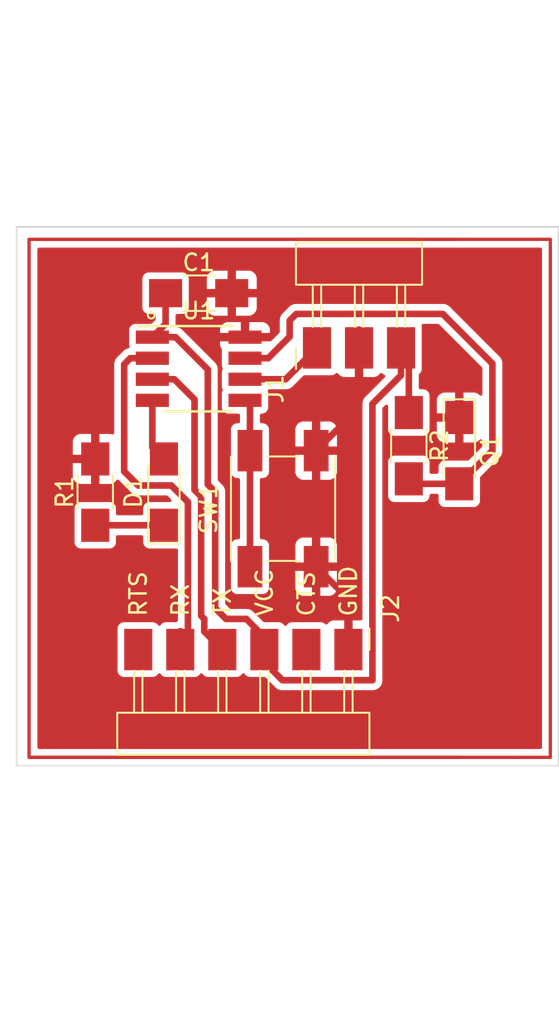
<source format=kicad_pcb>
(kicad_pcb (version 20211014) (generator pcbnew)
  (layers (0 "F.Cu" signal) (31 "B.Cu" signal) (34 "B.Paste" user) (35 "F.Paste" user) (36 "B.SilkS" user "B.Silkscreen") (37 "F.SilkS" user "F.Silkscreen") (38 "B.Mask" user) (39 "F.Mask" user) (44 "Edge.Cuts" user))
  (net 0 "")
  (net 1 "GND")
  (net 2 "VCC")
  (net 3 "LED")
  (net 4 "Net-(D1-Pad1)")
  (net 5 "UPDI")
  (net 7 "TX")
  (net 8 "RX")
  (net 10 "PHOT")
  (net 11 "BTN")
  (footprint "fab:SOIC-8_3.9x4.9mm_P1.27mm" (layer "F.Cu") (at 135.5 88.5575)
    (fp_text reference "U1" (at 0 -3.5) (layer "F.SilkS"))
    (fp_text value "Microcontroller_ATtiny412_SSFR")
    (fp_line (start -2.075 2.575) (end 2.075 2.575) (layer "F.SilkS") (width 0.15))
    (fp_line (start -3.69 -2.575) (end 2.075 -2.575) (layer "F.SilkS") (width 0.15))
    (fp_circle (center -2.87 -3.23) (end -2.67 -3.23) (layer "F.SilkS") (width 0.12) (fill none))
    (pad "1" smd rect locked (at -2.8 -1.905) (size 2 0.8) (layers "F.Cu" "F.Paste" "F.Mask") (net 2 "VCC"))
    (pad "2" smd rect locked (at -2.8 -0.635) (size 2 0.8) (layers "F.Cu" "F.Paste" "F.Mask") (net 8 "RX"))
    (pad "3" smd rect locked (at -2.8 0.635) (size 2 0.8) (layers "F.Cu" "F.Paste" "F.Mask") (net 7 "TX"))
    (pad "4" smd rect locked (at -2.8 1.905) (size 2 0.8) (layers "F.Cu" "F.Paste" "F.Mask") (net 3 "LED"))
    (pad "5" smd rect locked (at 2.8 1.905) (size 2 0.8) (layers "F.Cu" "F.Paste" "F.Mask") (net 11 "BTN"))
    (pad "6" smd rect locked (at 2.8 0.635) (size 2 0.8) (layers "F.Cu" "F.Paste" "F.Mask") (net 5 "UPDI"))
    (pad "7" smd rect locked (at 2.8 -0.635) (size 2 0.8) (layers "F.Cu" "F.Paste" "F.Mask") (net 10 "PHOT"))
    (pad "8" smd rect locked (at 2.8 -1.905) (size 2 0.8) (layers "F.Cu" "F.Paste" "F.Mask") (net 1 "GND"))
  )
  (footprint "fab:LED_1206" (layer "F.Cu") (at 133.4 96 90)
    (fp_text reference "D1" (at 0 -1.85 90) (layer "F.SilkS"))
    (fp_text value "LED")
    (fp_line (start -3.1 -0.95) (end 1.6 -0.95) (layer "F.SilkS") (width 0.12))
    (fp_line (start -3.1 0.95) (end 1.6 0.95) (layer "F.SilkS") (width 0.12))
    (fp_line (start -3.1 -0.95) (end -3.1 0.95) (layer "F.SilkS") (width 0.12))
    (pad "1" smd rect locked (at -2 0 90) (size 2 1.7) (layers "F.Cu" "F.Paste" "F.Mask") (net 4 "Net-(D1-Pad1)"))
    (pad "2" smd rect locked (at 2 0 90) (size 2 1.7) (layers "F.Cu" "F.Paste" "F.Mask") (net 3 "LED"))
  )
  (footprint "fab:Button_Omron_B3SN_6x6mm" (layer "F.Cu") (at 140.6 97 90)
    (fp_text reference "SW1" (at 0 -4.5 90) (layer "F.SilkS"))
    (fp_text value "BUTTON_B3SN")
    (fp_line (start -3.15 -3.15) (end 3.15 -3.15) (layer "F.SilkS") (width 0.12))
    (fp_line (start -3.15 1) (end -3.15 -1) (layer "F.SilkS") (width 0.12))
    (fp_line (start 3.15 3.15) (end -3.15 3.15) (layer "F.SilkS") (width 0.12))
    (fp_line (start 3.15 -1) (end 3.15 1) (layer "F.SilkS") (width 0.12))
    (pad "1" smd rect locked (at 3.5 -2 90) (size 2.5 1.5) (layers "F.Cu" "F.Paste" "F.Mask") (net 11 "BTN"))
    (pad "1" smd rect locked (at -3.5 -2 90) (size 2.5 1.5) (layers "F.Cu" "F.Paste" "F.Mask") (net 11 "BTN"))
    (pad "2" smd rect locked (at 3.5 2 90) (size 2.5 1.5) (layers "F.Cu" "F.Paste" "F.Mask") (net 1 "GND"))
    (pad "2" smd rect locked (at -3.5 2 90) (size 2.5 1.5) (layers "F.Cu" "F.Paste" "F.Mask") (net 1 "GND"))
  )
  (footprint "fab:PinHeader_1x03_P2.54mm_Horizontal_SMD" (layer "F.Cu") (at 142.65 87.3 90)
    (fp_text reference "J1" (at -1.524 -2.54 90) (layer "F.SilkS") (effects (justify right)))
    (fp_text value "Conn_PinHeader_1x03_P2.54mm_Horizontal_SMD")
    (fp_line (start 6.35 -1.27) (end 6.35 6.35) (layer "F.SilkS") (width 0.12))
    (fp_line (start 3.81 5.334) (end 1.27 5.334) (layer "F.SilkS") (width 0.12))
    (fp_line (start 3.81 4.826) (end 1.27 4.826) (layer "F.SilkS") (width 0.12))
    (fp_line (start 3.81 -1.27) (end 6.35 -1.27) (layer "F.SilkS") (width 0.12))
    (fp_line (start 3.81 0.254) (end 1.27 0.254) (layer "F.SilkS") (width 0.12))
    (fp_line (start 6.35 6.35) (end 3.81 6.35) (layer "F.SilkS") (width 0.12))
    (fp_line (start 3.81 2.794) (end 1.27 2.794) (layer "F.SilkS") (width 0.12))
    (fp_line (start 3.81 6.35) (end 3.81 -1.27) (layer "F.SilkS") (width 0.12))
    (fp_line (start 3.81 -0.254) (end 1.27 -0.254) (layer "F.SilkS") (width 0.12))
    (fp_line (start -1.27 -1.27) (end 0 -1.27) (layer "F.SilkS") (width 0.12))
    (fp_line (start 3.81 2.286) (end 1.27 2.286) (layer "F.SilkS") (width 0.12))
    (pad "1" smd rect locked (at 0 0 90) (size 2.5 1.7) (layers "F.Cu" "F.Paste" "F.Mask") (net 5 "UPDI"))
    (pad "2" smd rect locked (at 0 2.54 90) (size 2.5 1.7) (layers "F.Cu" "F.Paste" "F.Mask") (net 1 "GND"))
    (pad "3" smd rect locked (at 0 5.08 90) (size 2.5 1.7) (layers "F.Cu" "F.Paste" "F.Mask") (net 2 "VCC"))
  )
  (footprint "fab:C_1206" (layer "F.Cu") (at 135.5 84)
    (fp_text reference "C1" (at 0 -1.85) (layer "F.SilkS"))
    (fp_text value "C")
    (fp_line (start -1 -1.07) (end 1 -1.07) (layer "F.SilkS") (width 0.12))
    (fp_line (start 1 1.07) (end -1 1.07) (layer "F.SilkS") (width 0.12))
    (pad "1" smd rect locked (at -2 0) (size 2 1.7) (layers "F.Cu" "F.Paste" "F.Mask") (net 2 "VCC"))
    (pad "2" smd rect locked (at 2 0) (size 2 1.7) (layers "F.Cu" "F.Paste" "F.Mask") (net 1 "GND"))
  )
  (footprint "fab:R_1206" (layer "F.Cu") (at 129.25 96 90)
    (fp_text reference "R1" (at 0 -1.85 90) (layer "F.SilkS"))
    (fp_text value "R")
    (fp_line (start -1 -1.07) (end 1 -1.07) (layer "F.SilkS") (width 0.12))
    (fp_line (start 1 1.07) (end -1 1.07) (layer "F.SilkS") (width 0.12))
    (pad "1" smd rect locked (at -2 0 90) (size 2 1.7) (layers "F.Cu" "F.Paste" "F.Mask") (net 4 "Net-(D1-Pad1)"))
    (pad "2" smd rect locked (at 2 0 90) (size 2 1.7) (layers "F.Cu" "F.Paste" "F.Mask") (net 1 "GND"))
  )
  (footprint "fab:Q_1206" (layer "F.Cu") (at 151.25 93.5 -90)
    (fp_text reference "Q1" (at 0 -1.85 90) (layer "F.SilkS"))
    (fp_text value "Phototransistor_Visible_PT15-21C-TR8")
    (fp_line (start -3.1 0.95) (end 1.6 0.95) (layer "F.SilkS") (width 0.12))
    (fp_line (start -3.1 -0.95) (end -3.1 0.95) (layer "F.SilkS") (width 0.12))
    (fp_line (start -3.1 -0.95) (end 1.6 -0.95) (layer "F.SilkS") (width 0.12))
    (pad "1" smd rect locked (at -2 0 270) (size 2 1.7) (layers "F.Cu" "F.Paste" "F.Mask") (net 1 "GND"))
    (pad "2" smd rect locked (at 2 0 270) (size 2 1.7) (layers "F.Cu" "F.Paste" "F.Mask") (net 10 "PHOT"))
  )
  (footprint "fab:R_1206" (layer "F.Cu") (at 148.2 93.2 -90)
    (fp_text reference "R2" (at 0 -1.85 90) (layer "F.SilkS"))
    (fp_text value "R")
    (fp_line (start -1 -1.07) (end 1 -1.07) (layer "F.SilkS") (width 0.12))
    (fp_line (start 1 1.07) (end -1 1.07) (layer "F.SilkS") (width 0.12))
    (pad "1" smd rect locked (at -2 0 270) (size 2 1.7) (layers "F.Cu" "F.Paste" "F.Mask") (net 2 "VCC"))
    (pad "2" smd rect locked (at 2 0 270) (size 2 1.7) (layers "F.Cu" "F.Paste" "F.Mask") (net 10 "PHOT"))
  )
  (footprint "fab:PinHeader_FTDI_01x06_P2.54mm_Horizontal_SMD" (layer "F.Cu") (at 144.55 105.5 -90)
    (fp_text reference "J2" (at -1.524 -2.54 90) (layer "F.SilkS") (effects (justify left)))
    (fp_text value "Conn_PinHeader_FTDI_1x06_P2.54mm_Horizontal_SMD")
    (fp_text user "RX" (at -1.905 10.16 90) (layer "F.SilkS") (effects (justify left)))
    (fp_text user "RTS" (at -1.905 12.7 90) (layer "F.SilkS") (effects (justify left)))
    (fp_text user "GND" (at -1.905 0 90) (layer "F.SilkS") (effects (justify left)))
    (fp_text user "CTS" (at -1.905 2.54 90) (layer "F.SilkS") (effects (justify left)))
    (fp_text user "TX" (at -1.905 7.62 90) (layer "F.SilkS") (effects (justify left)))
    (fp_text user "VCC" (at -1.905 5.08 90) (layer "F.SilkS") (effects (justify left)))
    (fp_line (start 3.81 7.874) (end 1.27 7.874) (layer "F.SilkS") (width 0.12))
    (fp_line (start 3.81 12.954) (end 1.27 12.954) (layer "F.SilkS") (width 0.12))
    (fp_line (start 6.35 -1.27) (end 6.35 13.97) (layer "F.SilkS") (width 0.12))
    (fp_line (start 3.81 10.414) (end 1.27 10.414) (layer "F.SilkS") (width 0.12))
    (fp_line (start -1.27 -1.27) (end 0 -1.27) (layer "F.SilkS") (width 0.12))
    (fp_line (start 3.81 -0.254) (end 1.27 -0.254) (layer "F.SilkS") (width 0.12))
    (fp_line (start 3.81 12.446) (end 1.27 12.446) (layer "F.SilkS") (width 0.12))
    (fp_line (start 3.81 2.286) (end 1.27 2.286) (layer "F.SilkS") (width 0.12))
    (fp_line (start 3.81 0.254) (end 1.27 0.254) (layer "F.SilkS") (width 0.12))
    (fp_line (start 3.81 2.794) (end 1.27 2.794) (layer "F.SilkS") (width 0.12))
    (fp_line (start 6.35 13.97) (end 3.81 13.97) (layer "F.SilkS") (width 0.12))
    (fp_line (start 3.81 -1.27) (end 6.35 -1.27) (layer "F.SilkS") (width 0.12))
    (fp_line (start 3.81 5.334) (end 1.27 5.334) (layer "F.SilkS") (width 0.12))
    (fp_line (start 3.81 13.97) (end 3.81 -1.27) (layer "F.SilkS") (width 0.12))
    (fp_line (start 3.81 7.366) (end 1.27 7.366) (layer "F.SilkS") (width 0.12))
    (fp_line (start 3.81 9.906) (end 1.27 9.906) (layer "F.SilkS") (width 0.12))
    (fp_line (start 3.81 4.826) (end 1.27 4.826) (layer "F.SilkS") (width 0.12))
    (pad "1" smd rect locked (at 0 0 270) (size 2.5 1.7) (layers "F.Cu" "F.Paste" "F.Mask") (net 1 "GND"))
    (pad "2" smd rect locked (at 0 2.54 270) (size 2.5 1.7) (layers "F.Cu" "F.Paste" "F.Mask"))
    (pad "3" smd rect locked (at 0 5.08 270) (size 2.5 1.7) (layers "F.Cu" "F.Paste" "F.Mask") (net 2 "VCC"))
    (pad "4" smd rect locked (at 0 7.62 270) (size 2.5 1.7) (layers "F.Cu" "F.Paste" "F.Mask") (net 7 "TX"))
    (pad "5" smd rect locked (at 0 10.16 270) (size 2.5 1.7) (layers "F.Cu" "F.Paste" "F.Mask") (net 8 "RX"))
    (pad "6" smd rect locked (at 0 12.7 270) (size 2.5 1.7) (layers "F.Cu" "F.Paste" "F.Mask"))
  )
  (gr_line (start 156.75 80.75) (end 156.75 112) (layer "F.Cu") (width 0.2))
  (gr_rect (start 125.25 80.75) (end 125.25 80.75) (layer "F.Cu") (width 0.2) (fill none))
  (gr_rect (start 151.25 80.75) (end 151.25 80.75) (layer "F.Cu") (width 0.2) (fill none))
  (gr_line (start 151.25 80.75) (end 149.75 80.75) (layer "F.Cu") (width 0.2))
  (gr_line (start 149.75 80.75) (end 125.25 80.75) (layer "F.Cu") (width 0.2))
  (gr_line (start 125.25 80.75) (end 125.25 112) (layer "F.Cu") (width 0.2))
  (gr_rect (start 125.25 80.75) (end 151.25 80.75) (layer "F.Cu") (width 0.2) (fill none))
  (gr_line (start 125.25 112) (end 151.25 112) (layer "F.Cu") (width 0.2))
  (gr_rect (start 151.25 112) (end 125.25 112) (layer "F.Cu") (width 0.2) (fill none))
  (gr_rect (start 125.25 80.75) (end 125.25 80.75) (layer "F.Cu") (width 0.2) (fill none))
  (gr_line (start 154.5 112) (end 151.25 112) (layer "F.Cu") (width 0.2))
  (gr_line (start 156.75 112) (end 154.5 112) (layer "F.Cu") (width 0.2))
  (gr_rect (start 151.25 112) (end 125.25 112) (layer "F.Cu") (width 0.2) (fill none))
  (gr_line (start 154.5 80.75) (end 156.75 80.75) (layer "F.Cu") (width 0.2))
  (gr_line (start 151.25 80.75) (end 154.5 80.75) (layer "F.Cu") (width 0.2))
  (gr_rect (start 157.25 112.5) (end 124.5 80) (layer "Edge.Cuts") (width 0.1) (fill none))
  (segment (start 142.6 100.5) (end 142.6 93.5) (width 0.4) (layer "F.Cu") (net 1))
  (segment (start 145.19 86.19) (end 145.19 87.3) (width 0.4) (layer "F.Cu") (net 1))
  (segment (start 145.19 90.91) (end 145.19 87.3) (width 0.4) (layer "F.Cu") (net 1))
  (segment (start 137.75 84) (end 137.5 84) (width 0.4) (layer "F.Cu") (net 1))
  (segment (start 138.5 86.4525) (end 138.3 86.6525) (width 0.4) (layer "F.Cu") (net 1))
  (segment (start 142.6 100.5) (end 142.6 100.85) (width 0.4) (layer "F.Cu") (net 1))
  (segment (start 142.6 93.5) (end 145.19 90.91) (width 0.4) (layer "F.Cu") (net 1))
  (segment (start 142.6 100.5) (end 144.55 102.45) (width 0.4) (layer "F.Cu") (net 1))
  (segment (start 144.55 102.45) (end 144.55 105.5) (width 0.4) (layer "F.Cu") (net 1))
  (segment (start 150.75 91.25) (end 151.05 91.55) (width 0.4) (layer "F.Cu") (net 1))
  (segment (start 144.55 105.5) (end 144.9 105.5) (width 0.4) (layer "F.Cu") (net 1))
  (segment (start 144.55 106.259022) (end 144.55 105.5) (width 0.4) (layer "F.Cu") (net 1))
  (segment (start 148.2 87.77) (end 147.73 87.3) (width 0.4) (layer "F.Cu") (net 2))
  (segment (start 134.1 86.6525) (end 136.04952 88.60202) (width 0.4) (layer "F.Cu") (net 2))
  (segment (start 140.560489 107.349511) (end 139.47 106.259022) (width 0.4) (layer "F.Cu") (net 2))
  (segment (start 133.5 84) (end 133.5 85.8525) (width 0.4) (layer "F.Cu") (net 2))
  (segment (start 146 107.349022) (end 145.999511 107.349511) (width 0.4) (layer "F.Cu") (net 2))
  (segment (start 139.47 106.259022) (end 139.47 105.5) (width 0.4) (layer "F.Cu") (net 2))
  (segment (start 137.150489 103.650489) (end 138.379511 103.650489) (width 0.4) (layer "F.Cu") (net 2))
  (segment (start 136.04952 88.60202) (end 136.04952 95.538136) (width 0.4) (layer "F.Cu") (net 2))
  (segment (start 132.7 86.6525) (end 134.1 86.6525) (width 0.4) (layer "F.Cu") (net 2))
  (segment (start 133.5 85.8525) (end 132.7 86.6525) (width 0.4) (layer "F.Cu") (net 2))
  (segment (start 147.73 87.3) (end 148.379991 87.949991) (width 0.4) (layer "F.Cu") (net 2))
  (segment (start 146 90.68) (end 146 107.349022) (width 0.4) (layer "F.Cu") (net 2))
  (segment (start 147.73 88.95) (end 146 90.68) (width 0.4) (layer "F.Cu") (net 2))
  (segment (start 136.5 103) (end 137.150489 103.650489) (width 0.4) (layer "F.Cu") (net 2))
  (segment (start 139.47 105.5) (end 139.47 104.740978) (width 0.4) (layer "F.Cu") (net 2))
  (segment (start 145.999511 107.349511) (end 140.560489 107.349511) (width 0.4) (layer "F.Cu") (net 2))
  (segment (start 136.04952 95.538136) (end 136.5 95.988616) (width 0.4) (layer "F.Cu") (net 2))
  (segment (start 138.379511 103.650489) (end 139.47 104.740978) (width 0.4) (layer "F.Cu") (net 2))
  (segment (start 147.73 87.3) (end 147.73 88.95) (width 0.4) (layer "F.Cu") (net 2))
  (segment (start 136.5 95.988616) (end 136.5 103) (width 0.4) (layer "F.Cu") (net 2))
  (segment (start 148.2 91.2) (end 148.2 87.77) (width 0.4) (layer "F.Cu") (net 2))
  (segment (start 132.7 93.3) (end 133.4 94) (width 0.4) (layer "F.Cu") (net 3))
  (segment (start 132.7 90.4625) (end 132.7 93.3) (width 0.4) (layer "F.Cu") (net 3))
  (segment (start 129 98) (end 133.4 98) (width 0.4) (layer "F.Cu") (net 4))
  (segment (start 142.65 87.3) (end 140.7575 89.1925) (width 0.4) (layer "F.Cu") (net 5))
  (segment (start 140.7575 89.1925) (end 138.3 89.1925) (width 0.4) (layer "F.Cu") (net 5))
  (segment (start 135.25 95.869308) (end 135.649031 96.268339) (width 0.4) (layer "F.Cu") (net 7))
  (segment (start 135.839511 103.650489) (end 135.839511 104.409511) (width 0.4) (layer "F.Cu") (net 7))
  (segment (start 135.839511 104.409511) (end 136.93 105.5) (width 0.4) (layer "F.Cu") (net 7))
  (segment (start 132.7 89.1925) (end 134.029022 89.1925) (width 0.4) (layer "F.Cu") (net 7))
  (segment (start 134.029022 89.1925) (end 135.25 90.413478) (width 0.4) (layer "F.Cu") (net 7))
  (segment (start 135.649031 96.268339) (end 135.649031 103.460009) (width 0.4) (layer "F.Cu") (net 7))
  (segment (start 135.25 90.413478) (end 135.25 95.869308) (width 0.4) (layer "F.Cu") (net 7))
  (segment (start 135.649031 103.460009) (end 135.839511 103.650489) (width 0.4) (layer "F.Cu") (net 7))
  (segment (start 133.849511 95.599511) (end 131.849511 95.599511) (width 0.4) (layer "F.Cu") (net 8))
  (segment (start 134.39 104.39) (end 134.39 105.5) (width 0.4) (layer "F.Cu") (net 8))
  (segment (start 131.370978 87.9225) (end 132.7 87.9225) (width 0.4) (layer "F.Cu") (net 8))
  (segment (start 131 94.75) (end 131 88.293478) (width 0.4) (layer "F.Cu") (net 8))
  (segment (start 131 88.293478) (end 131.370978 87.9225) (width 0.4) (layer "F.Cu") (net 8))
  (segment (start 134.849511 105.040489) (end 134.849511 96.599511) (width 0.4) (layer "F.Cu") (net 8))
  (segment (start 131.849511 95.599511) (end 131 94.75) (width 0.4) (layer "F.Cu") (net 8))
  (segment (start 134.849511 105.040489) (end 134.39 105.5) (width 0.4) (layer "F.Cu") (net 8))
  (segment (start 134.849511 96.599511) (end 133.849511 95.599511) (width 0.4) (layer "F.Cu") (net 8))
  (segment (start 141 85.650978) (end 141.400978 85.25) (width 0.4) (layer "F.Cu") (net 10))
  (segment (start 141 86.6225) (end 141 85.650978) (width 0.4) (layer "F.Cu") (net 10))
  (segment (start 151.25 95.5) (end 148.5 95.5) (width 0.4) (layer "F.Cu") (net 10))
  (segment (start 141.400978 85.25) (end 150.25 85.25) (width 0.4) (layer "F.Cu") (net 10))
  (segment (start 153.25 88.25) (end 153.25 93.5) (width 0.4) (layer "F.Cu") (net 10))
  (segment (start 153.25 93.5) (end 151.25 95.5) (width 0.4) (layer "F.Cu") (net 10))
  (segment (start 138.3 87.9225) (end 139.7 87.9225) (width 0.4) (layer "F.Cu") (net 10))
  (segment (start 139.7 87.9225) (end 141 86.6225) (width 0.4) (layer "F.Cu") (net 10))
  (segment (start 148.5 95.5) (end 148.2 95.2) (width 0.4) (layer "F.Cu") (net 10))
  (segment (start 150.25 85.25) (end 153.25 88.25) (width 0.4) (layer "F.Cu") (net 10))
  (segment (start 138.6 93.5) (end 138.6 90.7625) (width 0.4) (layer "F.Cu") (net 11))
  (segment (start 138.6 90.7625) (end 138.3 90.4625) (width 0.4) (layer "F.Cu") (net 11))
  (segment (start 138.6 93.5) (end 138.6 100.5) (width 0.4) (layer "F.Cu") (net 11))
  (zone (net 1) (net_name "GND") (layer "F.Cu") (connect_pads (clearance 0.4)) (min_thickness 0.2) (fill yes (thermal_gap 0.508) (thermal_bridge_width 0.508))
    (polygon (pts (xy 125.375 80.75) (xy 156.75 80.75) (xy 156.75 112) (xy 125.25 112) (xy 125.25 80.5)))
  )
)
</source>
